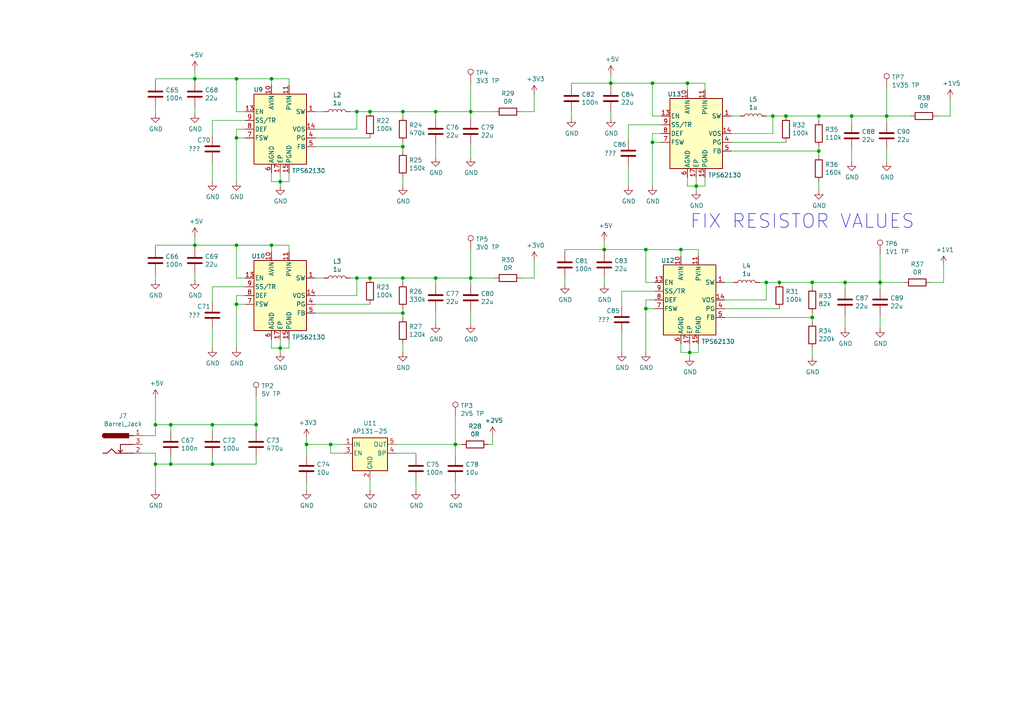
<source format=kicad_sch>
(kicad_sch (version 20211123) (generator eeschema)
  (paper "A4")
  (lib_symbols
    (symbol "Linux-capable-PCB-KiCAD-rescue:AP131-25-regul" (pin_names (offset 0.254))
      (property "Reference" "U" (at -3.81 5.715 0))
      (property "Value" "AP131-25-regul" (at 0 5.715 0))
      (symbol "AP131-25-regul_0_1"
        (rectangle (start -5.08 4.445) (end 5.08 -5.08) (stroke (width 0.254)) (fill (type background)))
      )
      (symbol "AP131-25-regul_1_1"
        (pin power_in line (at -7.62 2.54 0) (length 2.54) (name "IN") (number "1"))
        (pin power_in line (at 0 -7.62 90) (length 2.54) (name "GND") (number "2"))
        (pin input line (at -7.62 0 0) (length 2.54) (name "EN") (number "3"))
        (pin input line (at 7.62 0 180) (length 2.54) (name "BP") (number "4"))
        (pin power_out line (at 7.62 2.54 180) (length 2.54) (name "OUT") (number "5"))
      )
    )
    (symbol "Linux-capable-PCB-KiCAD-rescue:Barrel_Jack-Connector" (pin_names (offset 1.016))
      (property "Reference" "J" (at 0 5.334 0))
      (property "Value" "Barrel_Jack-Connector" (at 0 -4.445 0))
      (symbol "Barrel_Jack-Connector_0_1"
        (arc (start -3.302 3.175) (mid -3.937 2.54) (end -3.302 1.905) (stroke (width 0.254)))
        (arc (start -3.302 3.175) (mid -3.937 2.54) (end -3.302 1.905) (stroke (width 0.254)) (fill (type outline)))
        (polyline (pts (xy 1.27 -2.286) (xy 1.905 -1.651)) (stroke (width 0.254)))
        (polyline (pts (xy 5.08 2.54) (xy 3.81 2.54)) (stroke (width 0.254)))
        (polyline (pts (xy 5.08 0) (xy 1.27 0) (xy 1.27 -2.286) (xy 0.635 -1.651)) (stroke (width 0.254)))
        (polyline (pts (xy -3.81 -2.54) (xy -2.54 -2.54) (xy -1.27 -1.27) (xy 0 -2.54) (xy 2.54 -2.54) (xy 5.08 -2.54)) (stroke (width 0.254)))
        (rectangle (start 3.683 3.175) (end -3.302 1.905) (stroke (width 0.254)) (fill (type outline)))
      )
      (symbol "Barrel_Jack-Connector_1_1"
        (pin passive line (at 7.62 2.54 180) (length 2.54) (name "~") (number "1"))
        (pin passive line (at 7.62 -2.54 180) (length 2.54) (name "~") (number "2"))
        (pin passive line (at 7.62 0 180) (length 2.54) (name "~") (number "3"))
      )
    )
    (symbol "Linux-capable-PCB-KiCAD-rescue:C-device" (pin_numbers hide) (pin_names (offset 0.254))
      (property "Reference" "C" (at 0.635 2.54 0))
      (property "Value" "C-device" (at 0.635 -2.54 0))
      (symbol "C-device_0_1"
        (polyline (pts (xy -2.032 -0.762) (xy 2.032 -0.762)) (stroke (width 0.508)))
        (polyline (pts (xy -2.032 0.762) (xy 2.032 0.762)) (stroke (width 0.508)))
      )
      (symbol "C-device_1_1"
        (pin passive line (at 0 3.81 270) (length 2.794) (name "~") (number "1"))
        (pin passive line (at 0 -3.81 90) (length 2.794) (name "~") (number "2"))
      )
    )
    (symbol "Linux-capable-PCB-KiCAD-rescue:L-device" (pin_numbers hide) (pin_names (offset 1.016) hide)
      (property "Reference" "L" (at -1.27 0 90))
      (property "Value" "L-device" (at 1.905 0 90))
      (symbol "L-device_0_1"
        (arc (start 0 -2.54) (mid 0.635 -1.905) (end 0 -1.27))
        (arc (start 0 -1.27) (mid 0.635 -0.635) (end 0 0))
        (arc (start 0 0) (mid 0.635 0.635) (end 0 1.27))
        (arc (start 0 1.27) (mid 0.635 1.905) (end 0 2.54))
      )
      (symbol "L-device_1_1"
        (pin passive line (at 0 3.81 270) (length 1.27) (name "1") (number "1"))
        (pin passive line (at 0 -3.81 90) (length 1.27) (name "2") (number "2"))
      )
    )
    (symbol "Linux-capable-PCB-KiCAD-rescue:R-device" (pin_numbers hide) (pin_names (offset 0))
      (property "Reference" "R" (at 2.032 0 90))
      (property "Value" "R-device" (at 0 0 90))
      (symbol "R-device_0_1"
        (rectangle (start -1.016 -2.54) (end 1.016 2.54) (stroke (width 0.254)))
      )
      (symbol "R-device_1_1"
        (pin passive line (at 0 3.81 270) (length 1.27) (name "~") (number "1"))
        (pin passive line (at 0 -3.81 90) (length 1.27) (name "~") (number "2"))
      )
    )
    (symbol "Linux-capable-PCB-KiCAD-rescue:TPS62130-dc-dc" (pin_names (offset 0.254))
      (property "Reference" "U" (at 3.81 13.97 0))
      (property "Value" "TPS62130-dc-dc" (at 3.81 11.43 0))
      (symbol "TPS62130-dc-dc_0_1"
        (rectangle (start -7.62 10.16) (end 7.62 -10.16) (stroke (width 0.254)) (fill (type background)))
      )
      (symbol "TPS62130-dc-dc_1_1"
        (pin output line (at 10.16 5.08 180) (length 2.54) (name "SW") (number "1"))
        (pin power_in line (at -2.54 12.7 270) (length 2.54) (name "AVIN") (number "10"))
        (pin power_in line (at 2.54 12.7 270) (length 2.54) (name "PVIN") (number "11"))
        (pin passive line (at 2.54 12.7 270) (length 2.54) hide (name "PVIN") (number "12"))
        (pin input line (at -10.16 5.08 0) (length 2.54) (name "EN") (number "13"))
        (pin input line (at 10.16 0 180) (length 2.54) (name "VOS") (number "14"))
        (pin power_in line (at 2.54 -12.7 90) (length 2.54) (name "PGND") (number "15"))
        (pin passive line (at 2.54 -12.7 90) (length 2.54) hide (name "PGND") (number "16"))
        (pin power_in line (at 0 -12.7 90) (length 2.54) (name "EP") (number "17"))
        (pin passive line (at 10.16 5.08 180) (length 2.54) hide (name "SW") (number "2"))
        (pin passive line (at 10.16 5.08 180) (length 2.54) hide (name "SW") (number "3"))
        (pin open_collector line (at 10.16 -2.54 180) (length 2.54) (name "PG") (number "4"))
        (pin input line (at 10.16 -5.08 180) (length 2.54) (name "FB") (number "5"))
        (pin power_in line (at -2.54 -12.7 90) (length 2.54) (name "AGND") (number "6"))
        (pin input line (at -10.16 -2.54 0) (length 2.54) (name "FSW") (number "7"))
        (pin input line (at -10.16 0 0) (length 2.54) (name "DEF") (number "8"))
        (pin input line (at -10.16 2.54 0) (length 2.54) (name "SS/TR") (number "9"))
      )
    )
    (symbol "Linux-capable-PCB-KiCAD-rescue:Test_Point-Connector" (pin_numbers hide) (pin_names (offset 0.762) hide)
      (property "Reference" "TP" (at 0 6.858 0))
      (property "Value" "Test_Point-Connector" (at 0 5.08 0))
      (symbol "Test_Point-Connector_0_1"
        (circle (center 0 3.302) (radius 0.762))
      )
      (symbol "Test_Point-Connector_1_1"
        (pin passive line (at 0 0 90) (length 2.54) (name "1") (number "1"))
      )
    )
    (symbol "power:+1V1" (power) (pin_names (offset 0))
      (property "Value" "+1V1" (at 0 3.556 0))
      (symbol "+1V1_0_1"
        (polyline (pts (xy -0.762 1.27) (xy 0 2.54)))
        (polyline (pts (xy 0 0) (xy 0 2.54)))
        (polyline (pts (xy 0 2.54) (xy 0.762 1.27)))
      )
      (symbol "+1V1_1_1"
        (pin power_in line (at 0 0 90) (length 0) hide (name "+1V1") (number "1"))
      )
    )
    (symbol "power:+1V5" (power) (pin_names (offset 0))
      (property "Value" "+1V5" (at 0 3.556 0))
      (symbol "+1V5_0_1"
        (polyline (pts (xy -0.762 1.27) (xy 0 2.54)))
        (polyline (pts (xy 0 0) (xy 0 2.54)))
        (polyline (pts (xy 0 2.54) (xy 0.762 1.27)))
      )
      (symbol "+1V5_1_1"
        (pin power_in line (at 0 0 90) (length 0) hide (name "+1V5") (number "1"))
      )
    )
    (symbol "power:+2V5" (power) (pin_names (offset 0))
      (property "Value" "+2V5" (at 0 3.556 0))
      (symbol "+2V5_0_1"
        (polyline (pts (xy -0.762 1.27) (xy 0 2.54)))
        (polyline (pts (xy 0 0) (xy 0 2.54)))
        (polyline (pts (xy 0 2.54) (xy 0.762 1.27)))
      )
      (symbol "+2V5_1_1"
        (pin power_in line (at 0 0 90) (length 0) hide (name "+2V5") (number "1"))
      )
    )
    (symbol "power:+3V0" (power) (pin_names (offset 0))
      (property "Value" "+3V0" (at 0 3.556 0))
      (symbol "+3V0_0_1"
        (polyline (pts (xy -0.762 1.27) (xy 0 2.54)))
        (polyline (pts (xy 0 0) (xy 0 2.54)))
        (polyline (pts (xy 0 2.54) (xy 0.762 1.27)))
      )
      (symbol "+3V0_1_1"
        (pin power_in line (at 0 0 90) (length 0) hide (name "+3V0") (number "1"))
      )
    )
    (symbol "power:+3V3" (power) (pin_names (offset 0))
      (property "Value" "+3V3" (at 0 3.556 0))
      (symbol "+3V3_0_1"
        (polyline (pts (xy -0.762 1.27) (xy 0 2.54)))
        (polyline (pts (xy 0 0) (xy 0 2.54)))
        (polyline (pts (xy 0 2.54) (xy 0.762 1.27)))
      )
      (symbol "+3V3_1_1"
        (pin power_in line (at 0 0 90) (length 0) hide (name "+3V3") (number "1"))
      )
    )
    (symbol "power:+5V" (power) (pin_names (offset 0))
      (property "Value" "+5V" (at 0 3.556 0))
      (symbol "+5V_0_1"
        (polyline (pts (xy -0.762 1.27) (xy 0 2.54)))
        (polyline (pts (xy 0 0) (xy 0 2.54)))
        (polyline (pts (xy 0 2.54) (xy 0.762 1.27)))
      )
      (symbol "+5V_1_1"
        (pin power_in line (at 0 0 90) (length 0) hide (name "+5V") (number "1"))
      )
    )
    (symbol "power:GND" (power) (pin_names (offset 0))
      (property "Value" "GND" (at 0 -3.81 0))
      (symbol "GND_0_1"
        (polyline (pts (xy 0 0) (xy 0 -1.27) (xy 1.27 -1.27) (xy 0 -2.54) (xy -1.27 -1.27) (xy 0 -1.27)))
      )
      (symbol "GND_1_1"
        (pin power_in line (at 0 0 270) (length 0) hide (name "GND") (number "1"))
      )
    )
  )
  (junction (at 136.525 80.645))
  (junction (at 107.315 80.645))
  (junction (at 61.595 134.62))
  (junction (at 61.595 123.19))
  (junction (at 116.84 80.645))
  (junction (at 68.58 88.265))
  (junction (at 247.015 33.655))
  (junction (at 78.74 22.86))
  (junction (at 103.505 32.385))
  (junction (at 68.58 71.12))
  (junction (at 49.53 123.19))
  (junction (at 187.325 72.39))
  (junction (at 116.84 32.385))
  (junction (at 177.165 24.13))
  (junction (at 189.23 41.275))
  (junction (at 187.325 89.535))
  (junction (at 245.11 81.915))
  (junction (at 68.58 22.86))
  (junction (at 224.155 33.655))
  (junction (at 81.28 52.705))
  (junction (at 78.74 71.12))
  (junction (at 237.49 33.655))
  (junction (at 45.085 123.19))
  (junction (at 95.885 128.905))
  (junction (at 126.365 32.385))
  (junction (at 45.085 134.62))
  (junction (at 257.175 33.655))
  (junction (at 197.485 72.39))
  (junction (at 235.585 92.075))
  (junction (at 222.25 81.915))
  (junction (at 227.965 33.655))
  (junction (at 74.295 123.19))
  (junction (at 201.93 53.975))
  (junction (at 49.53 134.62))
  (junction (at 107.315 32.385))
  (junction (at 88.9 128.905))
  (junction (at 199.39 24.13))
  (junction (at 103.505 80.645))
  (junction (at 68.58 40.005))
  (junction (at 136.525 32.385))
  (junction (at 226.06 81.915))
  (junction (at 237.49 43.815))
  (junction (at 132.08 128.905))
  (junction (at 116.84 42.545))
  (junction (at 126.365 80.645))
  (junction (at 189.23 24.13))
  (junction (at 200.025 102.235))
  (junction (at 235.585 81.915))
  (junction (at 175.26 72.39))
  (junction (at 56.515 71.12))
  (junction (at 255.27 81.915))
  (junction (at 56.515 22.86))
  (junction (at 116.84 90.805))
  (junction (at 81.28 100.965))
  (wire (pts (xy 61.595 132.715) (xy 61.595 134.62)))
  (wire (pts (xy 45.085 71.12) (xy 56.515 71.12)))
  (wire (pts (xy 199.39 53.975) (xy 201.93 53.975)))
  (wire (pts (xy 235.585 83.185) (xy 235.585 81.915)))
  (wire (pts (xy 191.77 41.275) (xy 189.23 41.275)))
  (wire (pts (xy 226.06 81.915) (xy 222.25 81.915)))
  (wire (pts (xy 71.12 88.265) (xy 68.58 88.265)))
  (wire (pts (xy 187.325 72.39) (xy 197.485 72.39)))
  (wire (pts (xy 235.585 81.915) (xy 245.11 81.915)))
  (wire (pts (xy 83.82 22.86) (xy 83.82 24.765)))
  (wire (pts (xy 68.58 37.465) (xy 71.12 37.465)))
  (wire (pts (xy 61.595 100.965) (xy 61.595 95.25)))
  (wire (pts (xy 45.085 23.495) (xy 45.085 22.86)))
  (wire (pts (xy 189.23 53.975) (xy 189.23 41.275)))
  (wire (pts (xy 180.34 84.455) (xy 180.34 88.9)))
  (wire (pts (xy 255.27 95.25) (xy 255.27 91.44)))
  (wire (pts (xy 95.885 131.445) (xy 95.885 128.905)))
  (wire (pts (xy 189.23 38.735) (xy 191.77 38.735)))
  (wire (pts (xy 189.865 84.455) (xy 180.34 84.455)))
  (wire (pts (xy 116.84 33.655) (xy 116.84 32.385)))
  (wire (pts (xy 202.565 102.235) (xy 202.565 99.695)))
  (wire (pts (xy 61.595 83.185) (xy 61.595 87.63)))
  (wire (pts (xy 165.735 24.765) (xy 165.735 24.13)))
  (wire (pts (xy 257.175 25.4) (xy 257.175 33.655)))
  (wire (pts (xy 163.83 82.55) (xy 163.83 80.645)))
  (wire (pts (xy 61.595 123.19) (xy 74.295 123.19)))
  (wire (pts (xy 74.295 123.19) (xy 74.295 125.095)))
  (wire (pts (xy 56.515 79.375) (xy 56.515 81.28)))
  (wire (pts (xy 200.025 99.695) (xy 200.025 102.235)))
  (wire (pts (xy 154.94 27.305) (xy 154.94 32.385)))
  (wire (pts (xy 180.34 102.235) (xy 180.34 96.52)))
  (wire (pts (xy 126.365 32.385) (xy 126.365 34.29)))
  (wire (pts (xy 154.94 32.385) (xy 151.13 32.385)))
  (wire (pts (xy 257.175 35.56) (xy 257.175 33.655)))
  (wire (pts (xy 107.315 139.065) (xy 107.315 142.24)))
  (wire (pts (xy 68.58 32.385) (xy 68.58 22.86)))
  (wire (pts (xy 275.59 28.575) (xy 275.59 33.655)))
  (wire (pts (xy 56.515 31.115) (xy 56.515 33.02)))
  (wire (pts (xy 68.58 40.005) (xy 68.58 37.465)))
  (wire (pts (xy 68.58 71.12) (xy 78.74 71.12)))
  (wire (pts (xy 175.26 80.645) (xy 175.26 82.55)))
  (wire (pts (xy 126.365 32.385) (xy 136.525 32.385)))
  (wire (pts (xy 187.325 89.535) (xy 187.325 86.995)))
  (wire (pts (xy 45.085 81.28) (xy 45.085 79.375)))
  (wire (pts (xy 49.53 134.62) (xy 61.595 134.62)))
  (wire (pts (xy 175.26 69.85) (xy 175.26 72.39)))
  (wire (pts (xy 56.515 68.58) (xy 56.515 71.12)))
  (wire (pts (xy 78.74 24.765) (xy 78.74 22.86)))
  (wire (pts (xy 83.82 52.705) (xy 83.82 50.165)))
  (wire (pts (xy 81.28 98.425) (xy 81.28 100.965)))
  (wire (pts (xy 177.165 24.13) (xy 177.165 24.765)))
  (wire (pts (xy 49.53 132.715) (xy 49.53 134.62)))
  (wire (pts (xy 235.585 90.805) (xy 235.585 92.075)))
  (wire (pts (xy 99.695 128.905) (xy 95.885 128.905)))
  (wire (pts (xy 81.28 50.165) (xy 81.28 52.705)))
  (wire (pts (xy 136.525 45.72) (xy 136.525 41.91)))
  (wire (pts (xy 107.315 80.645) (xy 103.505 80.645)))
  (wire (pts (xy 227.965 33.655) (xy 224.155 33.655)))
  (wire (pts (xy 154.94 80.645) (xy 151.13 80.645)))
  (wire (pts (xy 116.84 81.915) (xy 116.84 80.645)))
  (wire (pts (xy 71.12 83.185) (xy 61.595 83.185)))
  (wire (pts (xy 201.93 53.975) (xy 204.47 53.975)))
  (wire (pts (xy 136.525 34.29) (xy 136.525 32.385)))
  (wire (pts (xy 81.28 52.705) (xy 83.82 52.705)))
  (wire (pts (xy 83.82 71.12) (xy 83.82 73.025)))
  (wire (pts (xy 83.82 100.965) (xy 83.82 98.425)))
  (wire (pts (xy 68.58 80.645) (xy 68.58 71.12)))
  (wire (pts (xy 224.155 38.735) (xy 224.155 33.655)))
  (wire (pts (xy 91.44 37.465) (xy 103.505 37.465)))
  (wire (pts (xy 200.025 102.235) (xy 200.025 103.505)))
  (wire (pts (xy 74.295 114.935) (xy 74.295 123.19)))
  (wire (pts (xy 132.08 139.7) (xy 132.08 142.24)))
  (wire (pts (xy 91.44 80.645) (xy 93.98 80.645)))
  (wire (pts (xy 95.885 128.905) (xy 88.9 128.905)))
  (wire (pts (xy 187.325 72.39) (xy 175.26 72.39)))
  (wire (pts (xy 68.58 52.705) (xy 68.58 40.005)))
  (wire (pts (xy 201.93 51.435) (xy 201.93 53.975)))
  (wire (pts (xy 237.49 33.655) (xy 247.015 33.655)))
  (wire (pts (xy 142.875 128.905) (xy 142.875 126.365)))
  (wire (pts (xy 245.11 95.25) (xy 245.11 91.44)))
  (wire (pts (xy 177.165 21.59) (xy 177.165 24.13)))
  (wire (pts (xy 45.085 22.86) (xy 56.515 22.86)))
  (wire (pts (xy 68.58 100.965) (xy 68.58 88.265)))
  (wire (pts (xy 204.47 24.13) (xy 204.47 26.035)))
  (wire (pts (xy 126.365 80.645) (xy 126.365 82.55)))
  (wire (pts (xy 200.025 102.235) (xy 202.565 102.235)))
  (wire (pts (xy 224.155 33.655) (xy 222.25 33.655)))
  (wire (pts (xy 189.865 89.535) (xy 187.325 89.535)))
  (wire (pts (xy 136.525 93.98) (xy 136.525 90.17)))
  (wire (pts (xy 210.185 92.075) (xy 235.585 92.075)))
  (wire (pts (xy 191.77 36.195) (xy 182.245 36.195)))
  (wire (pts (xy 116.84 90.805) (xy 116.84 92.075)))
  (wire (pts (xy 199.39 53.975) (xy 199.39 51.435)))
  (wire (pts (xy 68.58 85.725) (xy 71.12 85.725)))
  (wire (pts (xy 197.485 72.39) (xy 202.565 72.39)))
  (wire (pts (xy 136.525 82.55) (xy 136.525 80.645)))
  (wire (pts (xy 68.58 71.12) (xy 56.515 71.12)))
  (wire (pts (xy 212.09 33.655) (xy 214.63 33.655)))
  (wire (pts (xy 78.74 100.965) (xy 78.74 98.425)))
  (wire (pts (xy 78.74 71.12) (xy 83.82 71.12)))
  (wire (pts (xy 165.735 34.29) (xy 165.735 32.385)))
  (wire (pts (xy 212.09 43.815) (xy 237.49 43.815)))
  (wire (pts (xy 91.44 88.265) (xy 107.315 88.265)))
  (wire (pts (xy 237.49 43.815) (xy 237.49 45.085)))
  (wire (pts (xy 163.83 73.025) (xy 163.83 72.39)))
  (wire (pts (xy 136.525 32.385) (xy 143.51 32.385)))
  (wire (pts (xy 204.47 53.975) (xy 204.47 51.435)))
  (wire (pts (xy 141.605 128.905) (xy 142.875 128.905)))
  (wire (pts (xy 56.515 22.86) (xy 56.515 23.495)))
  (wire (pts (xy 212.09 41.275) (xy 227.965 41.275)))
  (wire (pts (xy 81.28 100.965) (xy 83.82 100.965)))
  (wire (pts (xy 235.585 92.075) (xy 235.585 93.345)))
  (wire (pts (xy 245.11 81.915) (xy 245.11 83.82)))
  (wire (pts (xy 68.58 22.86) (xy 78.74 22.86)))
  (wire (pts (xy 197.485 74.295) (xy 197.485 72.39)))
  (wire (pts (xy 107.315 32.385) (xy 116.84 32.385)))
  (wire (pts (xy 199.39 26.035) (xy 199.39 24.13)))
  (wire (pts (xy 136.525 72.39) (xy 136.525 80.645)))
  (wire (pts (xy 103.505 32.385) (xy 101.6 32.385)))
  (wire (pts (xy 41.275 126.365) (xy 45.085 126.365)))
  (wire (pts (xy 88.9 139.7) (xy 88.9 142.24)))
  (wire (pts (xy 136.525 24.13) (xy 136.525 32.385)))
  (wire (pts (xy 201.93 55.245) (xy 201.93 53.975)))
  (wire (pts (xy 257.175 46.99) (xy 257.175 43.18)))
  (wire (pts (xy 255.27 83.82) (xy 255.27 81.915)))
  (wire (pts (xy 165.735 24.13) (xy 177.165 24.13)))
  (wire (pts (xy 71.12 40.005) (xy 68.58 40.005)))
  (wire (pts (xy 189.23 24.13) (xy 177.165 24.13)))
  (wire (pts (xy 163.83 72.39) (xy 175.26 72.39)))
  (wire (pts (xy 197.485 102.235) (xy 200.025 102.235)))
  (wire (pts (xy 114.935 128.905) (xy 132.08 128.905)))
  (wire (pts (xy 247.015 33.655) (xy 257.175 33.655)))
  (wire (pts (xy 187.325 81.915) (xy 187.325 72.39)))
  (wire (pts (xy 45.085 131.445) (xy 45.085 134.62)))
  (wire (pts (xy 45.085 123.19) (xy 49.53 123.19)))
  (wire (pts (xy 202.565 72.39) (xy 202.565 74.295)))
  (wire (pts (xy 189.23 24.13) (xy 199.39 24.13)))
  (wire (pts (xy 74.295 134.62) (xy 61.595 134.62)))
  (wire (pts (xy 68.58 32.385) (xy 71.12 32.385)))
  (wire (pts (xy 210.185 86.995) (xy 222.25 86.995)))
  (wire (pts (xy 210.185 81.915) (xy 212.725 81.915)))
  (wire (pts (xy 199.39 24.13) (xy 204.47 24.13)))
  (wire (pts (xy 120.65 139.7) (xy 120.65 142.24)))
  (wire (pts (xy 91.44 42.545) (xy 116.84 42.545)))
  (wire (pts (xy 222.25 81.915) (xy 220.345 81.915)))
  (wire (pts (xy 78.74 52.705) (xy 78.74 50.165)))
  (wire (pts (xy 88.9 128.905) (xy 88.9 132.08)))
  (wire (pts (xy 68.58 88.265) (xy 68.58 85.725)))
  (wire (pts (xy 247.015 46.99) (xy 247.015 43.18)))
  (wire (pts (xy 177.165 32.385) (xy 177.165 34.29)))
  (wire (pts (xy 78.74 100.965) (xy 81.28 100.965)))
  (wire (pts (xy 103.505 80.645) (xy 101.6 80.645)))
  (wire (pts (xy 189.23 41.275) (xy 189.23 38.735)))
  (wire (pts (xy 126.365 93.98) (xy 126.365 90.17)))
  (wire (pts (xy 237.49 55.245) (xy 237.49 52.705)))
  (wire (pts (xy 237.49 42.545) (xy 237.49 43.815)))
  (wire (pts (xy 116.84 102.235) (xy 116.84 99.695)))
  (wire (pts (xy 71.12 34.925) (xy 61.595 34.925)))
  (wire (pts (xy 107.315 32.385) (xy 103.505 32.385)))
  (wire (pts (xy 74.295 132.715) (xy 74.295 134.62)))
  (wire (pts (xy 45.085 123.19) (xy 45.085 126.365)))
  (wire (pts (xy 116.84 53.975) (xy 116.84 51.435)))
  (wire (pts (xy 103.505 37.465) (xy 103.505 32.385)))
  (wire (pts (xy 103.505 85.725) (xy 103.505 80.645)))
  (wire (pts (xy 126.365 80.645) (xy 136.525 80.645)))
  (wire (pts (xy 61.595 123.19) (xy 61.595 125.095)))
  (wire (pts (xy 91.44 90.805) (xy 116.84 90.805)))
  (wire (pts (xy 45.085 134.62) (xy 49.53 134.62)))
  (wire (pts (xy 245.11 81.915) (xy 255.27 81.915)))
  (wire (pts (xy 273.685 81.915) (xy 269.875 81.915)))
  (wire (pts (xy 116.84 42.545) (xy 116.84 43.815)))
  (wire (pts (xy 78.74 22.86) (xy 83.82 22.86)))
  (wire (pts (xy 189.23 33.655) (xy 191.77 33.655)))
  (wire (pts (xy 49.53 125.095) (xy 49.53 123.19)))
  (wire (pts (xy 187.325 102.235) (xy 187.325 89.535)))
  (wire (pts (xy 56.515 20.32) (xy 56.515 22.86)))
  (wire (pts (xy 45.085 115.57) (xy 45.085 123.19)))
  (wire (pts (xy 81.28 100.965) (xy 81.28 102.235)))
  (wire (pts (xy 189.23 33.655) (xy 189.23 24.13)))
  (wire (pts (xy 255.27 73.66) (xy 255.27 81.915)))
  (wire (pts (xy 235.585 103.505) (xy 235.585 100.965)))
  (wire (pts (xy 210.185 89.535) (xy 226.06 89.535)))
  (wire (pts (xy 45.085 71.755) (xy 45.085 71.12)))
  (wire (pts (xy 226.06 81.915) (xy 235.585 81.915)))
  (wire (pts (xy 255.27 81.915) (xy 262.255 81.915)))
  (wire (pts (xy 116.84 41.275) (xy 116.84 42.545)))
  (wire (pts (xy 132.08 128.905) (xy 132.08 132.08)))
  (wire (pts (xy 182.245 36.195) (xy 182.245 40.64)))
  (wire (pts (xy 88.9 127) (xy 88.9 128.905)))
  (wire (pts (xy 257.175 33.655) (xy 264.16 33.655)))
  (wire (pts (xy 78.74 73.025) (xy 78.74 71.12)))
  (wire (pts (xy 61.595 52.705) (xy 61.595 46.99)))
  (wire (pts (xy 212.09 38.735) (xy 224.155 38.735)))
  (wire (pts (xy 91.44 32.385) (xy 93.98 32.385)))
  (wire (pts (xy 61.595 34.925) (xy 61.595 39.37)))
  (wire (pts (xy 45.085 33.02) (xy 45.085 31.115)))
  (wire (pts (xy 197.485 102.235) (xy 197.485 99.695)))
  (wire (pts (xy 99.695 131.445) (xy 95.885 131.445)))
  (wire (pts (xy 132.08 120.65) (xy 132.08 128.905)))
  (wire (pts (xy 222.25 86.995) (xy 222.25 81.915)))
  (wire (pts (xy 187.325 86.995) (xy 189.865 86.995)))
  (wire (pts (xy 116.84 89.535) (xy 116.84 90.805)))
  (wire (pts (xy 45.085 134.62) (xy 45.085 142.24)))
  (wire (pts (xy 116.84 32.385) (xy 126.365 32.385)))
  (wire (pts (xy 247.015 33.655) (xy 247.015 35.56)))
  (wire (pts (xy 154.94 75.565) (xy 154.94 80.645)))
  (wire (pts (xy 182.245 53.975) (xy 182.245 48.26)))
  (wire (pts (xy 126.365 45.72) (xy 126.365 41.91)))
  (wire (pts (xy 136.525 80.645) (xy 143.51 80.645)))
  (wire (pts (xy 81.28 53.975) (xy 81.28 52.705)))
  (wire (pts (xy 56.515 71.12) (xy 56.515 71.755)))
  (wire (pts (xy 91.44 40.005) (xy 107.315 40.005)))
  (wire (pts (xy 275.59 33.655) (xy 271.78 33.655)))
  (wire (pts (xy 116.84 80.645) (xy 126.365 80.645)))
  (wire (pts (xy 78.74 52.705) (xy 81.28 52.705)))
  (wire (pts (xy 120.65 131.445) (xy 120.65 132.08)))
  (wire (pts (xy 68.58 22.86) (xy 56.515 22.86)))
  (wire (pts (xy 175.26 72.39) (xy 175.26 73.025)))
  (wire (pts (xy 114.935 131.445) (xy 120.65 131.445)))
  (wire (pts (xy 227.965 33.655) (xy 237.49 33.655)))
  (wire (pts (xy 41.275 131.445) (xy 45.085 131.445)))
  (wire (pts (xy 68.58 80.645) (xy 71.12 80.645)))
  (wire (pts (xy 237.49 34.925) (xy 237.49 33.655)))
  (wire (pts (xy 273.685 76.835) (xy 273.685 81.915)))
  (wire (pts (xy 107.315 80.645) (xy 116.84 80.645)))
  (wire (pts (xy 49.53 123.19) (xy 61.595 123.19)))
  (wire (pts (xy 91.44 85.725) (xy 103.505 85.725)))
  (wire (pts (xy 132.08 128.905) (xy 133.985 128.905)))
  (wire (pts (xy 187.325 81.915) (xy 189.865 81.915)))
  (text "FIX RESISTOR VALUES" (at 200.025 66.675 0) (effects (font (size 3.9878 3.9878)) (justify left bottom)))
  (symbol (lib_id "Linux-capable-PCB-KiCAD-rescue:L-device") (at 97.79 32.385 90) (unit 1)
    (property "Reference" "L2" (at 97.79 27.559 90))
    (property "Value" "1u" (at 97.79 29.8704 90))
    (property "Footprint" "Inductor_SMD:L_0603_1608Metric" (effects hide))
  )
  (symbol (lib_id "Linux-capable-PCB-KiCAD-rescue:C-device") (at 56.515 27.305 0) (unit 1)
    (property "Reference" "C68" (at 59.436 26.1366 0) (effects (justify left)))
    (property "Value" "22u" (at 59.436 28.448 0) (effects (justify left)))
    (property "Footprint" "Capacitor_SMD:C_0603_1608Metric" (effects hide))
  )
  (symbol (lib_id "Linux-capable-PCB-KiCAD-rescue:C-device") (at 126.365 38.1 0) (unit 1)
    (property "Reference" "C76" (at 129.286 36.9316 0) (effects (justify left)))
    (property "Value" "22u" (at 129.286 39.243 0) (effects (justify left)))
    (property "Footprint" "Capacitor_SMD:C_0603_1608Metric" (effects hide))
  )
  (symbol (lib_id "Linux-capable-PCB-KiCAD-rescue:C-device") (at 136.525 38.1 0) (unit 1)
    (property "Reference" "C79" (at 139.446 36.9316 0) (effects (justify left)))
    (property "Value" "22u" (at 139.446 39.243 0) (effects (justify left)))
    (property "Footprint" "Capacitor_SMD:C_0603_1608Metric" (effects hide))
  )
  (symbol (lib_id "Linux-capable-PCB-KiCAD-rescue:R-device") (at 116.84 37.465 0) (unit 1)
    (property "Reference" "R24" (at 118.618 36.2966 0) (effects (justify left)))
    (property "Value" "470k" (at 118.618 38.608 0) (effects (justify left)))
    (property "Footprint" "Resistor_SMD:R_0603_1608Metric" (effects hide))
  )
  (symbol (lib_id "Linux-capable-PCB-KiCAD-rescue:R-device") (at 116.84 47.625 0) (unit 1)
    (property "Reference" "R25" (at 118.618 46.4566 0) (effects (justify left)))
    (property "Value" "150k" (at 118.618 48.768 0) (effects (justify left)))
    (property "Footprint" "Resistor_SMD:R_0603_1608Metric" (effects hide))
  )
  (symbol (lib_id "power:GND") (at 116.84 53.975 0) (unit 1)
    (property "Reference" "#PWR0214" (effects hide))
    (property "Value" "GND" (at 116.967 58.3692 0))
  )
  (symbol (lib_id "power:GND") (at 56.515 33.02 0) (unit 1)
    (property "Reference" "#PWR0215" (effects hide))
    (property "Value" "GND" (at 56.642 37.4142 0))
  )
  (symbol (lib_id "power:GND") (at 126.365 45.72 0) (unit 1)
    (property "Reference" "#PWR0216" (effects hide))
    (property "Value" "GND" (at 126.492 50.1142 0))
  )
  (symbol (lib_id "power:GND") (at 136.525 45.72 0) (unit 1)
    (property "Reference" "#PWR0217" (effects hide))
    (property "Value" "GND" (at 136.652 50.1142 0))
  )
  (symbol (lib_id "Linux-capable-PCB-KiCAD-rescue:R-device") (at 147.32 32.385 270) (unit 1)
    (property "Reference" "R29" (at 147.32 27.1272 90))
    (property "Value" "0R" (at 147.32 29.4386 90))
    (property "Footprint" "Resistor_SMD:R_0603_1608Metric" (effects hide))
  )
  (symbol (lib_id "power:+5V") (at 56.515 20.32 0) (unit 1)
    (property "Reference" "#PWR0218" (effects hide))
    (property "Value" "+5V" (at 56.896 15.9258 0))
  )
  (symbol (lib_id "power:+3V3") (at 154.94 27.305 0) (unit 1)
    (property "Reference" "#PWR0219" (effects hide))
    (property "Value" "+3V3" (at 155.321 22.9108 0))
  )
  (symbol (lib_id "Linux-capable-PCB-KiCAD-rescue:AP131-25-regul") (at 107.315 131.445 0) (unit 1)
    (property "Reference" "U11" (at 107.315 122.7582 0))
    (property "Value" "AP131-25" (at 107.315 125.0696 0))
    (property "Footprint" "Package_TO_SOT_SMD:SOT-23-5" (effects hide))
    (property "Datasheet" "http://www.diodes.com/_files/datasheets/AP131.pdf" (effects hide))
  )
  (symbol (lib_id "Linux-capable-PCB-KiCAD-rescue:C-device") (at 88.9 135.89 0) (unit 1)
    (property "Reference" "C74" (at 91.821 134.7216 0) (effects (justify left)))
    (property "Value" "10u" (at 91.821 137.033 0) (effects (justify left)))
    (property "Footprint" "Capacitor_SMD:C_0603_1608Metric" (effects hide))
  )
  (symbol (lib_id "Linux-capable-PCB-KiCAD-rescue:C-device") (at 132.08 135.89 0) (unit 1)
    (property "Reference" "C78" (at 135.001 134.7216 0) (effects (justify left)))
    (property "Value" "10u" (at 135.001 137.033 0) (effects (justify left)))
    (property "Footprint" "Capacitor_SMD:C_0603_1608Metric" (effects hide))
  )
  (symbol (lib_id "Linux-capable-PCB-KiCAD-rescue:C-device") (at 120.65 135.89 0) (unit 1)
    (property "Reference" "C75" (at 123.571 134.7216 0) (effects (justify left)))
    (property "Value" "100n" (at 123.571 137.033 0) (effects (justify left)))
    (property "Footprint" "Capacitor_SMD:C_0603_1608Metric" (effects hide))
  )
  (symbol (lib_id "power:GND") (at 88.9 142.24 0) (unit 1)
    (property "Reference" "#PWR0220" (effects hide))
    (property "Value" "GND" (at 89.027 146.6342 0))
  )
  (symbol (lib_id "power:GND") (at 107.315 142.24 0) (unit 1)
    (property "Reference" "#PWR0221" (effects hide))
    (property "Value" "GND" (at 107.442 146.6342 0))
  )
  (symbol (lib_id "power:GND") (at 120.65 142.24 0) (unit 1)
    (property "Reference" "#PWR0222" (effects hide))
    (property "Value" "GND" (at 120.777 146.6342 0))
  )
  (symbol (lib_id "power:GND") (at 132.08 142.24 0) (unit 1)
    (property "Reference" "#PWR0223" (effects hide))
    (property "Value" "GND" (at 132.207 146.6342 0))
  )
  (symbol (lib_id "power:+3V3") (at 88.9 127 0) (unit 1)
    (property "Reference" "#PWR0224" (effects hide))
    (property "Value" "+3V3" (at 89.281 122.6058 0))
  )
  (symbol (lib_id "power:+1V5") (at 275.59 28.575 0) (unit 1)
    (property "Reference" "#PWR0251" (effects hide))
    (property "Value" "+1V5" (at 275.971 24.1808 0))
  )
  (symbol (lib_id "power:+2V5") (at 142.875 126.365 0) (unit 1)
    (property "Reference" "#PWR0225" (effects hide))
    (property "Value" "+2V5" (at 143.256 121.9708 0))
  )
  (symbol (lib_id "Linux-capable-PCB-KiCAD-rescue:R-device") (at 137.795 128.905 270) (unit 1)
    (property "Reference" "R28" (at 137.795 123.6472 90))
    (property "Value" "0R" (at 137.795 125.9586 90))
    (property "Footprint" "Resistor_SMD:R_0603_1608Metric" (effects hide))
  )
  (symbol (lib_id "Linux-capable-PCB-KiCAD-rescue:Barrel_Jack-Connector") (at 33.655 128.905 0) (unit 1)
    (property "Reference" "J7" (at 35.6616 120.65 0))
    (property "Value" "Barrel_Jack" (at 35.6616 122.9614 0))
    (property "Footprint" "Connector_BarrelJack:BarrelJack_CUI_PJ-063AH_Horizontal" (effects hide))
  )
  (symbol (lib_id "power:GND") (at 45.085 142.24 0) (unit 1)
    (property "Reference" "#PWR0226" (effects hide))
    (property "Value" "GND" (at 45.212 146.6342 0))
  )
  (symbol (lib_id "power:+5V") (at 45.085 115.57 0) (unit 1)
    (property "Reference" "#PWR0227" (effects hide))
    (property "Value" "+5V" (at 45.466 111.1758 0))
  )
  (symbol (lib_id "Linux-capable-PCB-KiCAD-rescue:C-device") (at 49.53 128.905 0) (unit 1)
    (property "Reference" "C67" (at 52.451 127.7366 0) (effects (justify left)))
    (property "Value" "100n" (at 52.451 130.048 0) (effects (justify left)))
    (property "Footprint" "Capacitor_SMD:C_0603_1608Metric" (effects hide))
  )
  (symbol (lib_id "Linux-capable-PCB-KiCAD-rescue:C-device") (at 61.595 128.905 0) (unit 1)
    (property "Reference" "C72" (at 64.516 127.7366 0) (effects (justify left)))
    (property "Value" "100u" (at 64.516 130.048 0) (effects (justify left)))
    (property "Footprint" "Capacitor_SMD:C_0603_1608Metric" (effects hide))
  )
  (symbol (lib_id "Linux-capable-PCB-KiCAD-rescue:C-device") (at 74.295 128.905 0) (unit 1)
    (property "Reference" "C73" (at 77.216 127.7366 0) (effects (justify left)))
    (property "Value" "470u" (at 77.216 130.048 0) (effects (justify left)))
    (property "Footprint" "Capacitor_SMD:C_0603_1608Metric" (effects hide))
  )
  (symbol (lib_id "Linux-capable-PCB-KiCAD-rescue:TPS62130-dc-dc") (at 81.28 37.465 0) (unit 1)
    (property "Reference" "U9" (at 74.93 26.035 0))
    (property "Value" "TPS62130" (at 89.535 49.53 0))
    (property "Footprint" "Package_DFN_QFN:QFN-16-1EP_3x3mm_P0.5mm_EP1.7x1.7mm" (effects hide))
    (property "Datasheet" "http://www.ti.com/lit/ds/symlink/tps62130.pdf" (effects hide))
  )
  (symbol (lib_id "Linux-capable-PCB-KiCAD-rescue:R-device") (at 107.315 36.195 0) (unit 1)
    (property "Reference" "R22" (at 109.093 35.0266 0) (effects (justify left)))
    (property "Value" "100k" (at 109.093 37.338 0) (effects (justify left)))
    (property "Footprint" "Resistor_SMD:R_0603_1608Metric" (effects hide))
  )
  (symbol (lib_id "power:GND") (at 81.28 53.975 0) (unit 1)
    (property "Reference" "#PWR0228" (effects hide))
    (property "Value" "GND" (at 81.407 58.3692 0))
  )
  (symbol (lib_id "power:GND") (at 68.58 52.705 0) (unit 1)
    (property "Reference" "#PWR0229" (effects hide))
    (property "Value" "GND" (at 68.707 57.0992 0))
  )
  (symbol (lib_id "Linux-capable-PCB-KiCAD-rescue:C-device") (at 45.085 27.305 0) (unit 1)
    (property "Reference" "C65" (at 48.006 26.1366 0) (effects (justify left)))
    (property "Value" "100n" (at 48.006 28.448 0) (effects (justify left)))
    (property "Footprint" "Capacitor_SMD:C_0603_1608Metric" (effects hide))
  )
  (symbol (lib_id "power:GND") (at 45.085 33.02 0) (unit 1)
    (property "Reference" "#PWR0230" (effects hide))
    (property "Value" "GND" (at 45.212 37.4142 0))
  )
  (symbol (lib_id "Linux-capable-PCB-KiCAD-rescue:C-device") (at 61.595 43.18 180) (unit 1)
    (property "Reference" "C70" (at 57.15 40.64 0) (effects (justify right)))
    (property "Value" "???" (at 54.61 43.18 0) (effects (justify right)))
    (property "Footprint" "Capacitor_SMD:C_0603_1608Metric" (effects hide))
  )
  (symbol (lib_id "power:GND") (at 61.595 52.705 0) (unit 1)
    (property "Reference" "#PWR0231" (effects hide))
    (property "Value" "GND" (at 61.722 57.0992 0))
  )
  (symbol (lib_id "Linux-capable-PCB-KiCAD-rescue:L-device") (at 97.79 80.645 90) (unit 1)
    (property "Reference" "L3" (at 97.79 75.819 90))
    (property "Value" "1u" (at 97.79 78.1304 90))
    (property "Footprint" "Inductor_SMD:L_0603_1608Metric" (effects hide))
  )
  (symbol (lib_id "Linux-capable-PCB-KiCAD-rescue:C-device") (at 56.515 75.565 0) (unit 1)
    (property "Reference" "C69" (at 59.436 74.3966 0) (effects (justify left)))
    (property "Value" "22u" (at 59.436 76.708 0) (effects (justify left)))
    (property "Footprint" "Capacitor_SMD:C_0603_1608Metric" (effects hide))
  )
  (symbol (lib_id "Linux-capable-PCB-KiCAD-rescue:C-device") (at 126.365 86.36 0) (unit 1)
    (property "Reference" "C77" (at 129.286 85.1916 0) (effects (justify left)))
    (property "Value" "22u" (at 129.286 87.503 0) (effects (justify left)))
    (property "Footprint" "Capacitor_SMD:C_0603_1608Metric" (effects hide))
  )
  (symbol (lib_id "Linux-capable-PCB-KiCAD-rescue:C-device") (at 136.525 86.36 0) (unit 1)
    (property "Reference" "C80" (at 139.446 85.1916 0) (effects (justify left)))
    (property "Value" "22u" (at 139.446 87.503 0) (effects (justify left)))
    (property "Footprint" "Capacitor_SMD:C_0603_1608Metric" (effects hide))
  )
  (symbol (lib_id "Linux-capable-PCB-KiCAD-rescue:R-device") (at 116.84 85.725 0) (unit 1)
    (property "Reference" "R26" (at 118.618 84.5566 0) (effects (justify left)))
    (property "Value" "330k" (at 118.618 86.868 0) (effects (justify left)))
    (property "Footprint" "Resistor_SMD:R_0603_1608Metric" (effects hide))
  )
  (symbol (lib_id "Linux-capable-PCB-KiCAD-rescue:R-device") (at 116.84 95.885 0) (unit 1)
    (property "Reference" "R27" (at 118.618 94.7166 0) (effects (justify left)))
    (property "Value" "120k" (at 118.618 97.028 0) (effects (justify left)))
    (property "Footprint" "Resistor_SMD:R_0603_1608Metric" (effects hide))
  )
  (symbol (lib_id "power:GND") (at 116.84 102.235 0) (unit 1)
    (property "Reference" "#PWR0232" (effects hide))
    (property "Value" "GND" (at 116.967 106.6292 0))
  )
  (symbol (lib_id "power:GND") (at 56.515 81.28 0) (unit 1)
    (property "Reference" "#PWR0233" (effects hide))
    (property "Value" "GND" (at 56.642 85.6742 0))
  )
  (symbol (lib_id "power:GND") (at 126.365 93.98 0) (unit 1)
    (property "Reference" "#PWR0234" (effects hide))
    (property "Value" "GND" (at 126.492 98.3742 0))
  )
  (symbol (lib_id "power:GND") (at 136.525 93.98 0) (unit 1)
    (property "Reference" "#PWR0235" (effects hide))
    (property "Value" "GND" (at 136.652 98.3742 0))
  )
  (symbol (lib_id "Linux-capable-PCB-KiCAD-rescue:R-device") (at 147.32 80.645 270) (unit 1)
    (property "Reference" "R30" (at 147.32 75.3872 90))
    (property "Value" "0R" (at 147.32 77.6986 90))
    (property "Footprint" "Resistor_SMD:R_0603_1608Metric" (effects hide))
  )
  (symbol (lib_id "power:+5V") (at 56.515 68.58 0) (unit 1)
    (property "Reference" "#PWR0236" (effects hide))
    (property "Value" "+5V" (at 56.896 64.1858 0))
  )
  (symbol (lib_id "Linux-capable-PCB-KiCAD-rescue:TPS62130-dc-dc") (at 81.28 85.725 0) (unit 1)
    (property "Reference" "U10" (at 74.93 74.295 0))
    (property "Value" "TPS62130" (at 89.535 97.79 0))
    (property "Footprint" "Package_DFN_QFN:QFN-16-1EP_3x3mm_P0.5mm_EP1.7x1.7mm" (effects hide))
    (property "Datasheet" "http://www.ti.com/lit/ds/symlink/tps62130.pdf" (effects hide))
  )
  (symbol (lib_id "Linux-capable-PCB-KiCAD-rescue:R-device") (at 107.315 84.455 0) (unit 1)
    (property "Reference" "R23" (at 109.093 83.2866 0) (effects (justify left)))
    (property "Value" "100k" (at 109.093 85.598 0) (effects (justify left)))
    (property "Footprint" "Resistor_SMD:R_0603_1608Metric" (effects hide))
  )
  (symbol (lib_id "power:GND") (at 81.28 102.235 0) (unit 1)
    (property "Reference" "#PWR0237" (effects hide))
    (property "Value" "GND" (at 81.407 106.6292 0))
  )
  (symbol (lib_id "power:GND") (at 68.58 100.965 0) (unit 1)
    (property "Reference" "#PWR0238" (effects hide))
    (property "Value" "GND" (at 68.707 105.3592 0))
  )
  (symbol (lib_id "Linux-capable-PCB-KiCAD-rescue:C-device") (at 45.085 75.565 0) (unit 1)
    (property "Reference" "C66" (at 48.006 74.3966 0) (effects (justify left)))
    (property "Value" "100n" (at 48.006 76.708 0) (effects (justify left)))
    (property "Footprint" "Capacitor_SMD:C_0603_1608Metric" (effects hide))
  )
  (symbol (lib_id "power:GND") (at 45.085 81.28 0) (unit 1)
    (property "Reference" "#PWR0239" (effects hide))
    (property "Value" "GND" (at 45.212 85.6742 0))
  )
  (symbol (lib_id "Linux-capable-PCB-KiCAD-rescue:C-device") (at 61.595 91.44 180) (unit 1)
    (property "Reference" "C71" (at 57.15 88.9 0) (effects (justify right)))
    (property "Value" "???" (at 54.61 91.44 0) (effects (justify right)))
    (property "Footprint" "Capacitor_SMD:C_0603_1608Metric" (effects hide))
  )
  (symbol (lib_id "power:GND") (at 61.595 100.965 0) (unit 1)
    (property "Reference" "#PWR0240" (effects hide))
    (property "Value" "GND" (at 61.722 105.3592 0))
  )
  (symbol (lib_id "power:+3V0") (at 154.94 75.565 0) (unit 1)
    (property "Reference" "#PWR0241" (effects hide))
    (property "Value" "+3V0" (at 155.321 71.1708 0))
  )
  (symbol (lib_id "Linux-capable-PCB-KiCAD-rescue:L-device") (at 218.44 33.655 90) (unit 1)
    (property "Reference" "L5" (at 218.44 28.829 90))
    (property "Value" "1u" (at 218.44 31.1404 90))
    (property "Footprint" "Inductor_SMD:L_0603_1608Metric" (effects hide))
  )
  (symbol (lib_id "Linux-capable-PCB-KiCAD-rescue:C-device") (at 177.165 28.575 0) (unit 1)
    (property "Reference" "C84" (at 180.086 27.4066 0) (effects (justify left)))
    (property "Value" "22u" (at 180.086 29.718 0) (effects (justify left)))
    (property "Footprint" "Capacitor_SMD:C_0603_1608Metric" (effects hide))
  )
  (symbol (lib_id "Linux-capable-PCB-KiCAD-rescue:C-device") (at 247.015 39.37 0) (unit 1)
    (property "Reference" "C88" (at 249.936 38.2016 0) (effects (justify left)))
    (property "Value" "22u" (at 249.936 40.513 0) (effects (justify left)))
    (property "Footprint" "Capacitor_SMD:C_0603_1608Metric" (effects hide))
  )
  (symbol (lib_id "Linux-capable-PCB-KiCAD-rescue:C-device") (at 257.175 39.37 0) (unit 1)
    (property "Reference" "C90" (at 260.096 38.2016 0) (effects (justify left)))
    (property "Value" "22u" (at 260.096 40.513 0) (effects (justify left)))
    (property "Footprint" "Capacitor_SMD:C_0603_1608Metric" (effects hide))
  )
  (symbol (lib_id "Linux-capable-PCB-KiCAD-rescue:R-device") (at 237.49 38.735 0) (unit 1)
    (property "Reference" "R35" (at 239.268 37.5666 0) (effects (justify left)))
    (property "Value" "110k" (at 239.268 39.878 0) (effects (justify left)))
    (property "Footprint" "Resistor_SMD:R_0603_1608Metric" (effects hide))
  )
  (symbol (lib_id "Linux-capable-PCB-KiCAD-rescue:R-device") (at 237.49 48.895 0) (unit 1)
    (property "Reference" "R36" (at 239.268 47.7266 0) (effects (justify left)))
    (property "Value" "160k" (at 239.268 50.038 0) (effects (justify left)))
    (property "Footprint" "Resistor_SMD:R_0603_1608Metric" (effects hide))
  )
  (symbol (lib_id "power:GND") (at 237.49 55.245 0) (unit 1)
    (property "Reference" "#PWR0242" (effects hide))
    (property "Value" "GND" (at 237.617 59.6392 0))
  )
  (symbol (lib_id "power:GND") (at 177.165 34.29 0) (unit 1)
    (property "Reference" "#PWR0243" (effects hide))
    (property "Value" "GND" (at 177.292 38.6842 0))
  )
  (symbol (lib_id "power:GND") (at 247.015 46.99 0) (unit 1)
    (property "Reference" "#PWR0244" (effects hide))
    (property "Value" "GND" (at 247.142 51.3842 0))
  )
  (symbol (lib_id "power:GND") (at 257.175 46.99 0) (unit 1)
    (property "Reference" "#PWR0245" (effects hide))
    (property "Value" "GND" (at 257.302 51.3842 0))
  )
  (symbol (lib_id "Linux-capable-PCB-KiCAD-rescue:R-device") (at 267.97 33.655 270) (unit 1)
    (property "Reference" "R38" (at 267.97 28.3972 90))
    (property "Value" "0R" (at 267.97 30.7086 90))
    (property "Footprint" "Resistor_SMD:R_0603_1608Metric" (effects hide))
  )
  (symbol (lib_id "power:+5V") (at 177.165 21.59 0) (unit 1)
    (property "Reference" "#PWR0246" (effects hide))
    (property "Value" "+5V" (at 177.546 17.1958 0))
  )
  (symbol (lib_id "Linux-capable-PCB-KiCAD-rescue:TPS62130-dc-dc") (at 201.93 38.735 0) (unit 1)
    (property "Reference" "U13" (at 195.58 27.305 0))
    (property "Value" "TPS62130" (at 210.185 50.8 0))
    (property "Footprint" "Package_DFN_QFN:QFN-16-1EP_3x3mm_P0.5mm_EP1.7x1.7mm" (effects hide))
    (property "Datasheet" "http://www.ti.com/lit/ds/symlink/tps62130.pdf" (effects hide))
  )
  (symbol (lib_id "Linux-capable-PCB-KiCAD-rescue:R-device") (at 227.965 37.465 0) (unit 1)
    (property "Reference" "R32" (at 229.743 36.2966 0) (effects (justify left)))
    (property "Value" "100k" (at 229.743 38.608 0) (effects (justify left)))
    (property "Footprint" "Resistor_SMD:R_0603_1608Metric" (effects hide))
  )
  (symbol (lib_id "power:GND") (at 201.93 55.245 0) (unit 1)
    (property "Reference" "#PWR0247" (effects hide))
    (property "Value" "GND" (at 202.057 59.6392 0))
  )
  (symbol (lib_id "power:GND") (at 189.23 53.975 0) (unit 1)
    (property "Reference" "#PWR0248" (effects hide))
    (property "Value" "GND" (at 189.357 58.3692 0))
  )
  (symbol (lib_id "Linux-capable-PCB-KiCAD-rescue:C-device") (at 165.735 28.575 0) (unit 1)
    (property "Reference" "C82" (at 168.656 27.4066 0) (effects (justify left)))
    (property "Value" "100n" (at 168.656 29.718 0) (effects (justify left)))
    (property "Footprint" "Capacitor_SMD:C_0603_1608Metric" (effects hide))
  )
  (symbol (lib_id "power:GND") (at 165.735 34.29 0) (unit 1)
    (property "Reference" "#PWR0249" (effects hide))
    (property "Value" "GND" (at 165.862 38.6842 0))
  )
  (symbol (lib_id "Linux-capable-PCB-KiCAD-rescue:C-device") (at 182.245 44.45 180) (unit 1)
    (property "Reference" "C86" (at 177.8 41.91 0) (effects (justify right)))
    (property "Value" "???" (at 175.26 44.45 0) (effects (justify right)))
    (property "Footprint" "Capacitor_SMD:C_0603_1608Metric" (effects hide))
  )
  (symbol (lib_id "power:GND") (at 182.245 53.975 0) (unit 1)
    (property "Reference" "#PWR0250" (effects hide))
    (property "Value" "GND" (at 182.372 58.3692 0))
  )
  (symbol (lib_id "Linux-capable-PCB-KiCAD-rescue:L-device") (at 216.535 81.915 90) (unit 1)
    (property "Reference" "L4" (at 216.535 77.089 90))
    (property "Value" "1u" (at 216.535 79.4004 90))
    (property "Footprint" "Inductor_SMD:L_0603_1608Metric" (effects hide))
  )
  (symbol (lib_id "Linux-capable-PCB-KiCAD-rescue:C-device") (at 175.26 76.835 0) (unit 1)
    (property "Reference" "C83" (at 178.181 75.6666 0) (effects (justify left)))
    (property "Value" "22u" (at 178.181 77.978 0) (effects (justify left)))
    (property "Footprint" "Capacitor_SMD:C_0603_1608Metric" (effects hide))
  )
  (symbol (lib_id "Linux-capable-PCB-KiCAD-rescue:C-device") (at 245.11 87.63 0) (unit 1)
    (property "Reference" "C87" (at 248.031 86.4616 0) (effects (justify left)))
    (property "Value" "22u" (at 248.031 88.773 0) (effects (justify left)))
    (property "Footprint" "Capacitor_SMD:C_0603_1608Metric" (effects hide))
  )
  (symbol (lib_id "Linux-capable-PCB-KiCAD-rescue:C-device") (at 255.27 87.63 0) (unit 1)
    (property "Reference" "C89" (at 258.191 86.4616 0) (effects (justify left)))
    (property "Value" "22u" (at 258.191 88.773 0) (effects (justify left)))
    (property "Footprint" "Capacitor_SMD:C_0603_1608Metric" (effects hide))
  )
  (symbol (lib_id "Linux-capable-PCB-KiCAD-rescue:R-device") (at 235.585 86.995 0) (unit 1)
    (property "Reference" "R33" (at 237.363 85.8266 0) (effects (justify left)))
    (property "Value" "82k" (at 237.363 88.138 0) (effects (justify left)))
    (property "Footprint" "Resistor_SMD:R_0603_1608Metric" (effects hide))
  )
  (symbol (lib_id "Linux-capable-PCB-KiCAD-rescue:R-device") (at 235.585 97.155 0) (unit 1)
    (property "Reference" "R34" (at 237.363 95.9866 0) (effects (justify left)))
    (property "Value" "220k" (at 237.363 98.298 0) (effects (justify left)))
    (property "Footprint" "Resistor_SMD:R_0603_1608Metric" (effects hide))
  )
  (symbol (lib_id "power:GND") (at 235.585 103.505 0) (unit 1)
    (property "Reference" "#PWR0252" (effects hide))
    (property "Value" "GND" (at 235.712 107.8992 0))
  )
  (symbol (lib_id "power:GND") (at 175.26 82.55 0) (unit 1)
    (property "Reference" "#PWR0253" (effects hide))
    (property "Value" "GND" (at 175.387 86.9442 0))
  )
  (symbol (lib_id "power:GND") (at 245.11 95.25 0) (unit 1)
    (property "Reference" "#PWR0254" (effects hide))
    (property "Value" "GND" (at 245.237 99.6442 0))
  )
  (symbol (lib_id "power:GND") (at 255.27 95.25 0) (unit 1)
    (property "Reference" "#PWR0255" (effects hide))
    (property "Value" "GND" (at 255.397 99.6442 0))
  )
  (symbol (lib_id "Linux-capable-PCB-KiCAD-rescue:R-device") (at 266.065 81.915 270) (unit 1)
    (property "Reference" "R37" (at 266.065 76.6572 90))
    (property "Value" "0R" (at 266.065 78.9686 90))
    (property "Footprint" "Resistor_SMD:R_0603_1608Metric" (effects hide))
  )
  (symbol (lib_id "power:+5V") (at 175.26 69.85 0) (unit 1)
    (property "Reference" "#PWR0256" (effects hide))
    (property "Value" "+5V" (at 175.641 65.4558 0))
  )
  (symbol (lib_id "Linux-capable-PCB-KiCAD-rescue:TPS62130-dc-dc") (at 200.025 86.995 0) (unit 1)
    (property "Reference" "U12" (at 193.675 75.565 0))
    (property "Value" "TPS62130" (at 208.28 99.06 0))
    (property "Footprint" "Package_DFN_QFN:QFN-16-1EP_3x3mm_P0.5mm_EP1.7x1.7mm" (effects hide))
    (property "Datasheet" "http://www.ti.com/lit/ds/symlink/tps62130.pdf" (effects hide))
  )
  (symbol (lib_id "Linux-capable-PCB-KiCAD-rescue:R-device") (at 226.06 85.725 0) (unit 1)
    (property "Reference" "R31" (at 227.838 84.5566 0) (effects (justify left)))
    (property "Value" "100k" (at 227.838 86.868 0) (effects (justify left)))
    (property "Footprint" "Resistor_SMD:R_0603_1608Metric" (effects hide))
  )
  (symbol (lib_id "power:GND") (at 200.025 103.505 0) (unit 1)
    (property "Reference" "#PWR0257" (effects hide))
    (property "Value" "GND" (at 200.152 107.8992 0))
  )
  (symbol (lib_id "power:GND") (at 187.325 102.235 0) (unit 1)
    (property "Reference" "#PWR0258" (effects hide))
    (property "Value" "GND" (at 187.452 106.6292 0))
  )
  (symbol (lib_id "Linux-capable-PCB-KiCAD-rescue:C-device") (at 163.83 76.835 0) (unit 1)
    (property "Reference" "C81" (at 166.751 75.6666 0) (effects (justify left)))
    (property "Value" "100n" (at 166.751 77.978 0) (effects (justify left)))
    (property "Footprint" "Capacitor_SMD:C_0603_1608Metric" (effects hide))
  )
  (symbol (lib_id "power:GND") (at 163.83 82.55 0) (unit 1)
    (property "Reference" "#PWR0259" (effects hide))
    (property "Value" "GND" (at 163.957 86.9442 0))
  )
  (symbol (lib_id "Linux-capable-PCB-KiCAD-rescue:C-device") (at 180.34 92.71 180) (unit 1)
    (property "Reference" "C85" (at 175.895 90.17 0) (effects (justify right)))
    (property "Value" "???" (at 173.355 92.71 0) (effects (justify right)))
    (property "Footprint" "Capacitor_SMD:C_0603_1608Metric" (effects hide))
  )
  (symbol (lib_id "power:GND") (at 180.34 102.235 0) (unit 1)
    (property "Reference" "#PWR0260" (effects hide))
    (property "Value" "GND" (at 180.467 106.6292 0))
  )
  (symbol (lib_id "power:+1V1") (at 273.685 76.835 0) (unit 1)
    (property "Reference" "#PWR0261" (effects hide))
    (property "Value" "+1V1" (at 274.066 72.4408 0))
  )
  (symbol (lib_id "Linux-capable-PCB-KiCAD-rescue:Test_Point-Connector") (at 136.525 24.13 0) (unit 1)
    (property "Reference" "TP4" (at 137.9982 21.1328 0) (effects (justify left)))
    (property "Value" "3V3 TP" (at 137.9982 23.4442 0) (effects (justify left)))
    (property "Footprint" "TestPoint:TestPoint_Pad_1.0x1.0mm" (effects hide))
  )
  (symbol (lib_id "Linux-capable-PCB-KiCAD-rescue:Test_Point-Connector") (at 257.175 25.4 0) (unit 1)
    (property "Reference" "TP7" (at 258.6482 22.4028 0) (effects (justify left)))
    (property "Value" "1V35 TP" (at 258.6482 24.7142 0) (effects (justify left)))
    (property "Footprint" "TestPoint:TestPoint_Pad_1.0x1.0mm" (effects hide))
  )
  (symbol (lib_id "Linux-capable-PCB-KiCAD-rescue:Test_Point-Connector") (at 255.27 73.66 0) (unit 1)
    (property "Reference" "TP6" (at 256.7432 70.6628 0) (effects (justify left)))
    (property "Value" "1V1 TP" (at 256.7432 72.9742 0) (effects (justify left)))
    (property "Footprint" "TestPoint:TestPoint_Pad_1.0x1.0mm" (effects hide))
  )
  (symbol (lib_id "Linux-capable-PCB-KiCAD-rescue:Test_Point-Connector") (at 136.525 72.39 0) (unit 1)
    (property "Reference" "TP5" (at 137.9982 69.3928 0) (effects (justify left)))
    (property "Value" "3V0 TP" (at 137.9982 71.7042 0) (effects (justify left)))
    (property "Footprint" "TestPoint:TestPoint_Pad_1.0x1.0mm" (effects hide))
  )
  (symbol (lib_id "Linux-capable-PCB-KiCAD-rescue:Test_Point-Connector") (at 132.08 120.65 0) (unit 1)
    (property "Reference" "TP3" (at 133.5532 117.6528 0) (effects (justify left)))
    (property "Value" "2V5 TP" (at 133.5532 119.9642 0) (effects (justify left)))
    (property "Footprint" "TestPoint:TestPoint_Pad_1.0x1.0mm" (effects hide))
  )
  (symbol (lib_id "Linux-capable-PCB-KiCAD-rescue:Test_Point-Connector") (at 74.295 114.935 0) (unit 1)
    (property "Reference" "TP2" (at 75.7682 111.9378 0) (effects (justify left)))
    (property "Value" "5V TP" (at 75.7682 114.2492 0) (effects (justify left)))
    (property "Footprint" "TestPoint:TestPoint_Pad_1.0x1.0mm" (effects hide))
  )
)
</source>
